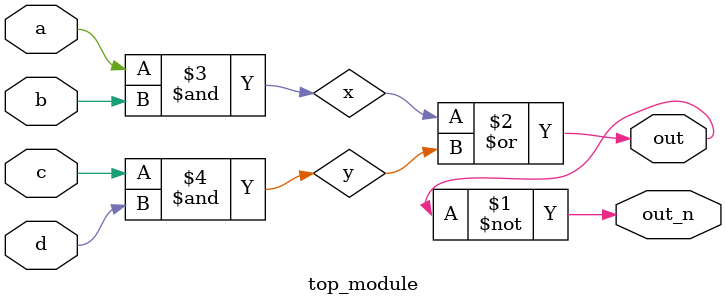
<source format=v>
module top_module(
    input a,
    input b,
    input c,
    input d,
    output out,
    output out_n   ); 
    wire x,y;
    assign out_n = ~out;
    assign out = x | y;
    assign x = a & b;
    assign y = c & d;

endmodule


</source>
